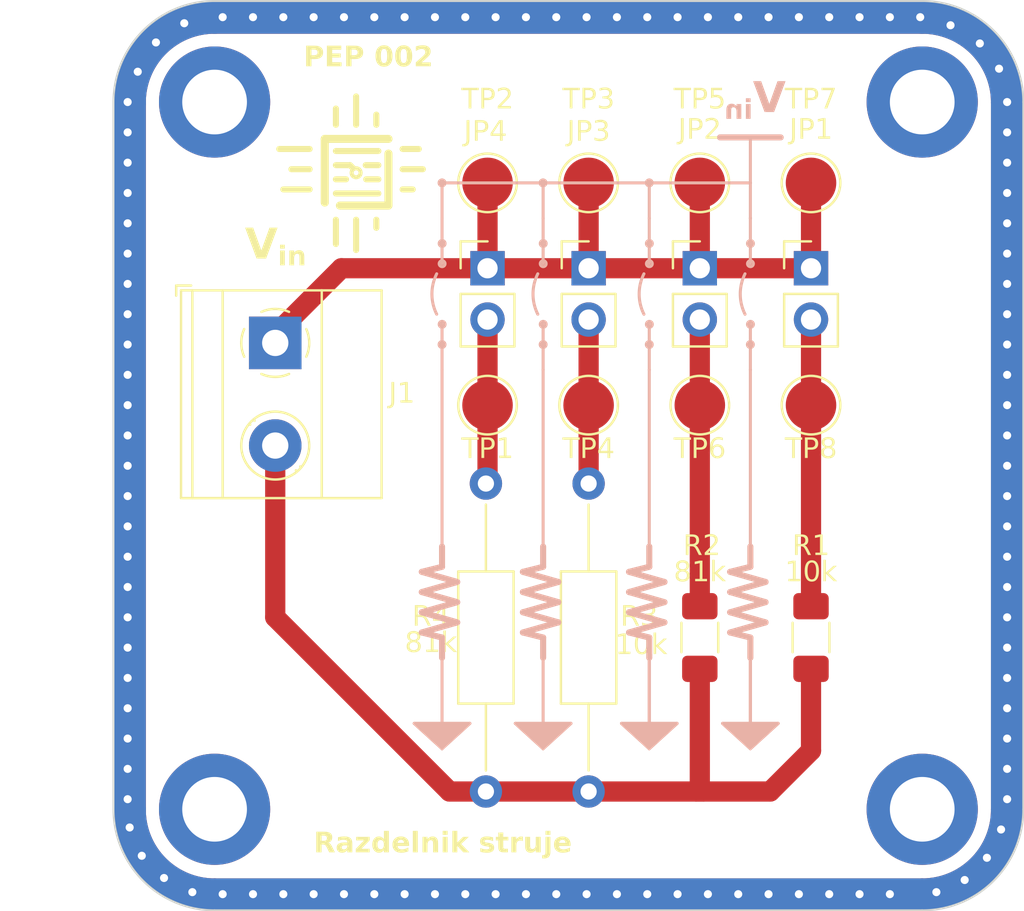
<source format=kicad_pcb>
(kicad_pcb (version 20241229) (generator "pcbnew") (generator_version "9.0")
  (layers (0 "F.Cu" signal) (2 "B.Cu" signal) (13 "F.Paste" user) (15 "B.Paste" user) (5 "F.SilkS" user "F.Silkscreen") (7 "B.SilkS" user "B.Silkscreen") (1 "F.Mask" user) (3 "B.Mask" user) (25 "Edge.Cuts" user))
  (net 0 "")
  (net 1 "0")
  (net 2 "9V")
  (net 3 "Net-(JP1-B)")
  (net 4 "Net-(JP2-B)")
  (net 5 "Net-(JP3-B)")
  (net 6 "Net-(JP4-B)")
  (footprint "TestPoint:TestPoint_Pad_D2.5mm" (layer "F.Cu") (at 127.5 70)
    (property "Reference" "TP3" (at 0 -4.1 0) (layer "F.SilkS"))
    (property "Value" "TestPoint")
    (fp_circle (center 0 0) (end 0 1.45) (stroke (width 0.12)) (fill no) (layer "F.SilkS"))
    (pad "1" smd circle (at 0 0) (size 2.5 2.5) (layers "F.Cu" "F.Mask") (net 2 "9V"))
  )
  (footprint "TestPoint:TestPoint_Pad_D2.5mm" (layer "F.Cu") (at 133 70)
    (property "Reference" "TP5" (at 0 -4.1 0) (layer "F.SilkS"))
    (property "Value" "TestPoint")
    (fp_circle (center 0 0) (end 0 1.45) (stroke (width 0.12)) (fill no) (layer "F.SilkS"))
    (pad "1" smd circle (at 0 0) (size 2.5 2.5) (layers "F.Cu" "F.Mask") (net 2 "9V"))
  )
  (footprint "Resistor_THT:R_Axial_DIN0207_L6.3mm_D2.5mm_P15.24mm_Horizontal" (layer "F.Cu") (at 127.5 84.88 -90)
    (property "Reference" "R3" (at 6.62 -2.5 0) (layer "F.SilkS"))
    (property "Value" "10k" (at 8.02 -2.6 0) (layer "F.SilkS"))
    (fp_line (start 4.35 1.37) (end 10.89 1.37) (stroke (width 0.12)) (layer "F.SilkS"))
    (fp_line (start 10.89 1.37) (end 10.89 -1.37) (stroke (width 0.12)) (layer "F.SilkS"))
    (fp_line (start 1.04 0) (end 4.35 0) (stroke (width 0.12)) (layer "F.SilkS"))
    (fp_line (start 14.2 0) (end 10.89 0) (stroke (width 0.12)) (layer "F.SilkS"))
    (fp_line (start 4.35 -1.37) (end 4.35 1.37) (stroke (width 0.12)) (layer "F.SilkS"))
    (fp_line (start 10.89 -1.37) (end 4.35 -1.37) (stroke (width 0.12)) (layer "F.SilkS"))
    (pad "1" thru_hole circle (at 0 0 270) (size 1.6 1.6) (drill 0.8) (layers "*.Cu" "*.Mask") (net 5 "Net-(JP3-B)"))
    (pad "2" thru_hole oval (at 15.24 0 270) (size 1.6 1.6) (drill 0.8) (layers "*.Cu" "*.Mask") (net 1 "0"))
  )
  (footprint "Resistor_THT:R_Axial_DIN0207_L6.3mm_D2.5mm_P15.24mm_Horizontal" (layer "F.Cu") (at 122.42 100.12 90)
    (property "Reference" "R4" (at 8.62 -2.72 0) (layer "F.SilkS"))
    (property "Value" "81k" (at 7.32 -2.72 0) (layer "F.SilkS"))
    (fp_line (start 10.89 -1.37) (end 4.35 -1.37) (stroke (width 0.12)) (layer "F.SilkS"))
    (fp_line (start 4.35 -1.37) (end 4.35 1.37) (stroke (width 0.12)) (layer "F.SilkS"))
    (fp_line (start 14.2 0) (end 10.89 0) (stroke (width 0.12)) (layer "F.SilkS"))
    (fp_line (start 1.04 0) (end 4.35 0) (stroke (width 0.12)) (layer "F.SilkS"))
    (fp_line (start 10.89 1.37) (end 10.89 -1.37) (stroke (width 0.12)) (layer "F.SilkS"))
    (fp_line (start 4.35 1.37) (end 10.89 1.37) (stroke (width 0.12)) (layer "F.SilkS"))
    (pad "1" thru_hole circle (at 0 0 90) (size 1.6 1.6) (drill 0.8) (layers "*.Cu" "*.Mask") (net 1 "0"))
    (pad "2" thru_hole oval (at 15.24 0 90) (size 1.6 1.6) (drill 0.8) (layers "*.Cu" "*.Mask") (net 6 "Net-(JP4-B)"))
  )
  (footprint "PEP_library:ele_petnica_logo" (layer "F.Cu") (at 116 69.5)
    (property "Reference" "REF**" (hide yes))
    (property "Value" "ele_petnica_logo" (hide yes))
    (fp_line (start -3.8 -1.176394) (end -2.3 -1.176394) (stroke (width 0.3)) (layer "F.SilkS"))
    (fp_line (start -3.6 0.823606) (end -2.3 0.823606) (stroke (width 0.3)) (layer "F.SilkS"))
    (fp_line (start -3.2 -0.176394) (end -2.3 -0.176394) (stroke (width 0.3)) (layer "F.SilkS"))
    (fp_line (start -1.55 -1.676394) (end 1.6 -1.676394) (stroke (width 0.4)) (layer "F.SilkS"))
    (fp_line (start -1.55 1.473606) (end -1.55 -1.676394) (stroke (width 0.4)) (layer "F.SilkS"))
    (fp_line (start -1 -3.176394) (end -1 -2.376394) (stroke (width 0.3)) (layer "F.SilkS"))
    (fp_line (start -1 -1.076394) (end 1.1 -1.076394) (stroke (width 0.3)) (layer "F.SilkS"))
    (fp_line (start -1 -0.376394) (end -0.3 -0.376394) (stroke (width 0.3)) (layer "F.SilkS"))
    (fp_line (start -1 0.323606) (end -0.5 0.323606) (stroke (width 0.3)) (layer "F.SilkS"))
    (fp_line (start -1 1.023606) (end 1.1 1.023606) (stroke (width 0.3)) (layer "F.SilkS"))
    (fp_line (start -1 3.523606) (end -1 2.323606) (stroke (width 0.3)) (layer "F.SilkS"))
    (fp_line (start -0.8 1.623606) (end 1.6 1.623606) (stroke (width 0.4)) (layer "F.SilkS"))
    (fp_line (start -0.3 -0.376394) (end -0.15 -0.226394) (stroke (width 0.3)) (layer "F.SilkS"))
    (fp_line (start 0 -3.776394) (end 0 -2.376394) (stroke (width 0.3)) (layer "F.SilkS"))
    (fp_line (start 0 3.823606) (end 0 2.323606) (stroke (width 0.3)) (layer "F.SilkS"))
    (fp_line (start 0.475 -0.376394) (end 1.1 -0.376394) (stroke (width 0.3)) (layer "F.SilkS"))
    (fp_line (start 0.5 0.323606) (end 1.1 0.323606) (stroke (width 0.3)) (layer "F.SilkS"))
    (fp_line (start 1 -2.876394) (end 1 -2.376394) (stroke (width 0.3)) (layer "F.SilkS"))
    (fp_line (start 1 2.723606) (end 1 2.323606) (stroke (width 0.3)) (layer "F.SilkS"))
    (fp_line (start 1.6 1.573606) (end 1.6 -0.95) (stroke (width 0.4)) (layer "F.SilkS"))
    (fp_line (start 2.8 0.823606) (end 2.3 0.823606) (stroke (width 0.3)) (layer "F.SilkS"))
    (fp_line (start 3.1 -1.176394) (end 2.3 -1.176394) (stroke (width 0.3)) (layer "F.SilkS"))
    (fp_line (start 3.3 -0.176394) (end 2.3 -0.176394) (stroke (width 0.3)) (layer "F.SilkS"))
    (fp_circle (center 0 0) (end 0.2 0.1) (stroke (width 0.2)) (fill no) (layer "F.SilkS"))
  )
  (footprint "MountingHole:MountingHole_3.2mm_M3_ISO14580_Pad_TopBottom" (layer "F.Cu") (at 144 66)
    (property "Reference" "H3" (hide yes))
    (property "Value" "MountingHole")
    (pad "1" thru_hole circle (at 0 0) (size 3.6 3.6) (drill 3.2) (layers "*.Cu" "*.Mask"))
    (pad "1" connect circle (at 0 0) (size 5.5 5.5) (layers "F.Cu" "F.Mask"))
    (pad "1" connect circle (at 0 0) (size 5.5 5.5) (layers "B.Cu" "B.Mask"))
  )
  (footprint "TestPoint:TestPoint_Pad_D2.5mm" (layer "F.Cu") (at 138.5 70)
    (property "Reference" "TP7" (at 0 -4.1 0) (layer "F.SilkS"))
    (property "Value" "TestPoint")
    (fp_circle (center 0 0) (end 0 1.45) (stroke (width 0.12)) (fill no) (layer "F.SilkS"))
    (pad "1" smd circle (at 0 0) (size 2.5 2.5) (layers "F.Cu" "F.Mask") (net 2 "9V"))
  )
  (footprint "MountingHole:MountingHole_3.2mm_M3_ISO14580_Pad_TopBottom" (layer "F.Cu") (at 144 101)
    (property "Reference" "H4" (hide yes))
    (property "Value" "MountingHole")
    (pad "1" thru_hole circle (at 0 0) (size 3.6 3.6) (drill 3.2) (layers "*.Cu" "*.Mask"))
    (pad "1" connect circle (at 0 0) (size 5.5 5.5) (layers "F.Cu" "F.Mask"))
    (pad "1" connect circle (at 0 0) (size 5.5 5.5) (layers "B.Cu" "B.Mask"))
  )
  (footprint "Resistor_SMD:R_1206_3216Metric_Pad1.30x1.75mm_HandSolder" (layer "F.Cu") (at 133 92.5 -90)
    (property "Reference" "R2" (at -4.5 -0.1 0) (layer "F.SilkS"))
    (property "Value" "81k" (at -3.2 0 0) (layer "F.SilkS"))
    (fp_line (start -0.727064 0.91) (end 0.727064 0.91) (stroke (width 0.12)) (layer "F.SilkS"))
    (fp_line (start -0.727064 -0.91) (end 0.727064 -0.91) (stroke (width 0.12)) (layer "F.SilkS"))
    (pad "1" smd roundrect (at -1.55 0 270) (size 1.3 1.75) (layers "F.Cu" "F.Mask" "F.Paste") (roundrect_rratio 0.1923076923) (net 4 "Net-(JP2-B)"))
    (pad "2" smd roundrect (at 1.55 0 270) (size 1.3 1.75) (layers "F.Cu" "F.Mask" "F.Paste") (roundrect_rratio 0.1923076923) (net 1 "0"))
  )
  (footprint "TestPoint:TestPoint_Pad_D2.5mm" (layer "F.Cu") (at 122.5 70)
    (property "Reference" "TP2" (at 0 -4.1 0) (layer "F.SilkS"))
    (property "Value" "TestPoint")
    (fp_circle (center 0 0) (end 0 1.45) (stroke (width 0.12)) (fill no) (layer "F.SilkS"))
    (pad "1" smd circle (at 0 0) (size 2.5 2.5) (layers "F.Cu" "F.Mask") (net 2 "9V"))
  )
  (footprint "Connector_PinHeader_2.54mm:PinHeader_1x02_P2.54mm_Vertical" (layer "F.Cu") (at 122.5 74.225)
    (property "Reference" "JP4" (at -0.1 -6.725 0) (layer "F.SilkS"))
    (property "Value" "Jumper")
    (fp_line (start -1.33 -1.33) (end 0 -1.33) (stroke (width 0.12)) (layer "F.SilkS"))
    (fp_line (start -1.33 0) (end -1.33 -1.33) (stroke (width 0.12)) (layer "F.SilkS"))
    (fp_line (start -1.33 1.27) (end -1.33 3.87) (stroke (width 0.12)) (layer "F.SilkS"))
    (fp_line (start -1.33 1.27) (end 1.33 1.27) (stroke (width 0.12)) (layer "F.SilkS"))
    (fp_line (start -1.33 3.87) (end 1.33 3.87) (stroke (width 0.12)) (layer "F.SilkS"))
    (fp_line (start 1.33 1.27) (end 1.33 3.87) (stroke (width 0.12)) (layer "F.SilkS"))
    (pad "1" thru_hole rect (at 0 0) (size 1.7 1.7) (drill 1) (layers "*.Cu" "*.Mask") (net 2 "9V"))
    (pad "2" thru_hole oval (at 0 2.54) (size 1.7 1.7) (drill 1) (layers "*.Cu" "*.Mask") (net 6 "Net-(JP4-B)"))
  )
  (footprint "TestPoint:TestPoint_Pad_D2.5mm" (layer "F.Cu") (at 122.5 81)
    (property "Reference" "TP1" (at 0 2.2 0) (layer "F.SilkS"))
    (property "Value" "TestPoint")
    (fp_circle (center 0 0) (end 0 1.45) (stroke (width 0.12)) (fill no) (layer "F.SilkS"))
    (pad "1" smd circle (at 0 0) (size 2.5 2.5) (layers "F.Cu" "F.Mask") (net 6 "Net-(JP4-B)"))
  )
  (footprint "Connector_PinHeader_2.54mm:PinHeader_1x02_P2.54mm_Vertical" (layer "F.Cu") (at 127.5 74.225)
    (property "Reference" "JP3" (at 0 -6.725 0) (layer "F.SilkS"))
    (property "Value" "Jumper")
    (fp_line (start -1.33 -1.33) (end 0 -1.33) (stroke (width 0.12)) (layer "F.SilkS"))
    (fp_line (start -1.33 0) (end -1.33 -1.33) (stroke (width 0.12)) (layer "F.SilkS"))
    (fp_line (start -1.33 1.27) (end -1.33 3.87) (stroke (width 0.12)) (layer "F.SilkS"))
    (fp_line (start -1.33 1.27) (end 1.33 1.27) (stroke (width 0.12)) (layer "F.SilkS"))
    (fp_line (start -1.33 3.87) (end 1.33 3.87) (stroke (width 0.12)) (layer "F.SilkS"))
    (fp_line (start 1.33 1.27) (end 1.33 3.87) (stroke (width 0.12)) (layer "F.SilkS"))
    (pad "1" thru_hole rect (at 0 0) (size 1.7 1.7) (drill 1) (layers "*.Cu" "*.Mask") (net 2 "9V"))
    (pad "2" thru_hole oval (at 0 2.54) (size 1.7 1.7) (drill 1) (layers "*.Cu" "*.Mask") (net 5 "Net-(JP3-B)"))
  )
  (footprint "Resistor_SMD:R_1206_3216Metric_Pad1.30x1.75mm_HandSolder" (layer "F.Cu") (at 138.5 92.5 -90)
    (property "Reference" "R1" (at -4.5 0 0) (layer "F.SilkS"))
    (property "Value" "10k" (at -3.2 0 0) (layer "F.SilkS"))
    (fp_line (start -0.727064 0.91) (end 0.727064 0.91) (stroke (width 0.12)) (layer "F.SilkS"))
    (fp_line (start -0.727064 -0.91) (end 0.727064 -0.91) (stroke (width 0.12)) (layer "F.SilkS"))
    (pad "1" smd roundrect (at -1.55 0 270) (size 1.3 1.75) (layers "F.Cu" "F.Mask" "F.Paste") (roundrect_rratio 0.1923076923) (net 3 "Net-(JP1-B)"))
    (pad "2" smd roundrect (at 1.55 0 270) (size 1.3 1.75) (layers "F.Cu" "F.Mask" "F.Paste") (roundrect_rratio 0.1923076923) (net 1 "0"))
  )
  (footprint "TestPoint:TestPoint_Pad_D2.5mm" (layer "F.Cu") (at 138.5 81)
    (property "Reference" "TP8" (at 0 2.2 0) (layer "F.SilkS"))
    (property "Value" "TestPoint")
    (fp_circle (center 0 0) (end 0 1.45) (stroke (width 0.12)) (fill no) (layer "F.SilkS"))
    (pad "1" smd circle (at 0 0) (size 2.5 2.5) (layers "F.Cu" "F.Mask") (net 3 "Net-(JP1-B)"))
  )
  (footprint "MountingHole:MountingHole_3.2mm_M3_ISO14580_Pad_TopBottom" (layer "F.Cu") (at 109 66)
    (property "Reference" "H2" (hide yes))
    (property "Value" "MountingHole")
    (pad "1" thru_hole circle (at 0 0) (size 3.6 3.6) (drill 3.2) (layers "*.Cu" "*.Mask"))
    (pad "1" connect circle (at 0 0) (size 5.5 5.5) (layers "F.Cu" "F.Mask"))
    (pad "1" connect circle (at 0 0) (size 5.5 5.5) (layers "B.Cu" "B.Mask"))
  )
  (footprint "Connector_PinHeader_2.54mm:PinHeader_1x02_P2.54mm_Vertical" (layer "F.Cu") (at 133 74.225)
    (property "Reference" "JP2" (at 0 -6.825 0) (layer "F.SilkS"))
    (property "Value" "Jumper")
    (fp_line (start -1.33 -1.33) (end 0 -1.33) (stroke (width 0.12)) (layer "F.SilkS"))
    (fp_line (start -1.33 0) (end -1.33 -1.33) (stroke (width 0.12)) (layer "F.SilkS"))
    (fp_line (start -1.33 1.27) (end -1.33 3.87) (stroke (width 0.12)) (layer "F.SilkS"))
    (fp_line (start -1.33 1.27) (end 1.33 1.27) (stroke (width 0.12)) (layer "F.SilkS"))
    (fp_line (start -1.33 3.87) (end 1.33 3.87) (stroke (width 0.12)) (layer "F.SilkS"))
    (fp_line (start 1.33 1.27) (end 1.33 3.87) (stroke (width 0.12)) (layer "F.SilkS"))
    (pad "1" thru_hole rect (at 0 0) (size 1.7 1.7) (drill 1) (layers "*.Cu" "*.Mask") (net 2 "9V"))
    (pad "2" thru_hole oval (at 0 2.54) (size 1.7 1.7) (drill 1) (layers "*.Cu" "*.Mask") (net 4 "Net-(JP2-B)"))
  )
  (footprint "TestPoint:TestPoint_Pad_D2.5mm" (layer "F.Cu") (at 133 81)
    (property "Reference" "TP6" (at 0 2.2 0) (layer "F.SilkS"))
    (property "Value" "TestPoint")
    (fp_circle (center 0 0) (end 0 1.45) (stroke (width 0.12)) (fill no) (layer "F.SilkS"))
    (pad "1" smd circle (at 0 0) (size 2.5 2.5) (layers "F.Cu" "F.Mask") (net 4 "Net-(JP2-B)"))
  )
  (footprint "Connector_PinHeader_2.54mm:PinHeader_1x02_P2.54mm_Vertical" (layer "F.Cu") (at 138.5 74.225)
    (property "Reference" "JP1" (at 0 -6.825 0) (layer "F.SilkS"))
    (property "Value" "Jumper")
    (fp_line (start -1.33 -1.33) (end 0 -1.33) (stroke (width 0.12)) (layer "F.SilkS"))
    (fp_line (start -1.33 0) (end -1.33 -1.33) (stroke (width 0.12)) (layer "F.SilkS"))
    (fp_line (start -1.33 1.27) (end -1.33 3.87) (stroke (width 0.12)) (layer "F.SilkS"))
    (fp_line (start -1.33 1.27) (end 1.33 1.27) (stroke (width 0.12)) (layer "F.SilkS"))
    (fp_line (start -1.33 3.87) (end 1.33 3.87) (stroke (width 0.12)) (layer "F.SilkS"))
    (fp_line (start 1.33 1.27) (end 1.33 3.87) (stroke (width 0.12)) (layer "F.SilkS"))
    (pad "1" thru_hole rect (at 0 0) (size 1.7 1.7) (drill 1) (layers "*.Cu" "*.Mask") (net 2 "9V"))
    (pad "2" thru_hole oval (at 0 2.54) (size 1.7 1.7) (drill 1) (layers "*.Cu" "*.Mask") (net 3 "Net-(JP1-B)"))
  )
  (footprint "TerminalBlock_Phoenix:TerminalBlock_Phoenix_MKDS-1,5-2-5.08_1x02_P5.08mm_Horizontal" (layer "F.Cu") (at 112 77.92 -90)
    (property "Reference" "J1" (at 2.54 -6.26 0) (layer "F.SilkS"))
    (property "Value" "Screw_Terminal_01x02")
    (fp_line (start -2.84 4.9) (end -2.34 4.9) (stroke (width 0.12)) (layer "F.SilkS"))
    (fp_line (start -2.6 4.66) (end 7.68 4.66) (stroke (width 0.12)) (layer "F.SilkS"))
    (fp_line (start -2.84 4.16) (end -2.84 4.9) (stroke (width 0.12)) (layer "F.SilkS"))
    (fp_line (start -2.6 4.1) (end 7.68 4.1) (stroke (width 0.12)) (layer "F.SilkS"))
    (fp_line (start -2.6 2.6) (end 7.68 2.6) (stroke (width 0.12)) (layer "F.SilkS"))
    (fp_line (start 4.046 1.239) (end 4.011 1.274) (stroke (width 0.12)) (layer "F.SilkS"))
    (fp_line (start 3.853 1.023) (end 3.806 1.069) (stroke (width 0.12)) (layer "F.SilkS"))
    (fp_line (start 6.355 -1.069) (end 6.308 -1.023) (stroke (width 0.12)) (layer "F.SilkS"))
    (fp_line (start 6.15 -1.275) (end 6.115 -1.239) (stroke (width 0.12)) (layer "F.SilkS"))
    (fp_line (start -2.6 -2.301) (end 7.68 -2.301) (stroke (width 0.12)) (layer "F.SilkS"))
    (fp_line (start -2.6 -5.261) (end -2.6 4.66) (stroke (width 0.12)) (layer "F.SilkS"))
    (fp_line (start -2.6 -5.261) (end 7.68 -5.261) (stroke (width 0.12)) (layer "F.SilkS"))
    (fp_line (start 7.68 -5.261) (end 7.68 4.66) (stroke (width 0.12)) (layer "F.SilkS"))
    (fp_arc (start 0.028805 1.680253) (mid -0.335551 1.646659) (end -0.684 1.535) (stroke (width 0.12)) (layer "F.SilkS"))
    (fp_arc (start 0.683318 1.534756) (mid 0.349292 1.643288) (end 0 1.68) (stroke (width 0.12)) (layer "F.SilkS"))
    (fp_arc (start -1.535427 0.683042) (mid -1.680501 -0.000524) (end -1.535 -0.684) (stroke (width 0.12)) (layer "F.SilkS"))
    (fp_arc (start 1.535427 -0.683042) (mid 1.680501 0.000524) (end 1.535 0.684) (stroke (width 0.12)) (layer "F.SilkS"))
    (fp_arc (start -0.683042 -1.535427) (mid 0.000524 -1.680501) (end 0.684 -1.535) (stroke (width 0.12)) (layer "F.SilkS"))
    (fp_circle (center 5.08 0) (end 6.76 0) (stroke (width 0.12)) (fill no) (layer "F.SilkS"))
    (pad "1" thru_hole rect (at 0 0 270) (size 2.6 2.6) (drill 1.3) (layers "*.Cu" "*.Mask") (net 2 "9V"))
    (pad "2" thru_hole circle (at 5.08 0 270) (size 2.6 2.6) (drill 1.3) (layers "*.Cu" "*.Mask") (net 1 "0"))
  )
  (footprint "MountingHole:MountingHole_3.2mm_M3_ISO14580_Pad_TopBottom" (layer "F.Cu") (at 109 101 -90)
    (property "Reference" "H1" (hide yes))
    (property "Value" "MountingHole")
    (pad "1" thru_hole circle (at 0 0 270) (size 3.6 3.6) (drill 3.2) (layers "*.Cu" "*.Mask"))
    (pad "1" connect circle (at 0 0 270) (size 5.5 5.5) (layers "F.Cu" "F.Mask"))
    (pad "1" connect circle (at 0 0 270) (size 5.5 5.5) (layers "B.Cu" "B.Mask"))
  )
  (footprint "TestPoint:TestPoint_Pad_D2.5mm" (layer "F.Cu") (at 127.5 81)
    (property "Reference" "TP4" (at 0 2.2 0) (layer "F.SilkS"))
    (property "Value" "TestPoint")
    (fp_circle (center 0 0) (end 0 1.45) (stroke (width 0.12)) (fill no) (layer "F.SilkS"))
    (pad "1" smd circle (at 0 0) (size 2.5 2.5) (layers "F.Cu" "F.Mask") (net 5 "Net-(JP3-B)"))
  )
  (gr_line (start 104.8 66.019848) (end 104.8 101.019848) (stroke (width 1.6)) (layer "F.Cu"))
  (gr_arc (start 148.2 101.019848) (mid 146.969849 103.989697) (end 144 105.219848) (stroke (width 1.6)) (layer "F.Cu"))
  (gr_arc (start 104.8 66.019848) (mid 106.030152 63.05) (end 109 61.819848) (stroke (width 1.6)) (layer "F.Cu"))
  (gr_arc (start 144 61.819848) (mid 146.969831 63.050007) (end 148.2 66.019848) (stroke (width 1.6)) (layer "F.Cu"))
  (gr_arc (start 109 105.219848) (mid 106.030155 103.989695) (end 104.8 101.019848) (stroke (width 1.6)) (layer "F.Cu"))
  (gr_line (start 148.2 101.019848) (end 148.2 66.019848) (stroke (width 1.6)) (layer "F.Cu"))
  (gr_line (start 109 61.819848) (end 144 61.819848) (stroke (width 1.6)) (layer "F.Cu"))
  (gr_line (start 109 105.219848) (end 144 105.219848) (stroke (width 1.6)) (layer "F.Cu"))
  (gr_line (start 109 61.819848) (end 144 61.819848) (stroke (width 1.6)) (layer "B.Cu"))
  (gr_arc (start 144 61.819848) (mid 146.969831 63.050007) (end 148.2 66.019848) (stroke (width 1.6)) (layer "B.Cu"))
  (gr_arc (start 104.8 66.019848) (mid 106.030152 63.05) (end 109 61.819848) (stroke (width 1.6)) (layer "B.Cu"))
  (gr_line (start 109 105.219848) (end 144 105.219848) (stroke (width 1.6)) (layer "B.Cu"))
  (gr_arc (start 109 105.219848) (mid 106.030155 103.989695) (end 104.8 101.019848) (stroke (width 1.6)) (layer "B.Cu"))
  (gr_arc (start 148.2 101.019848) (mid 146.969849 103.989697) (end 144 105.219848) (stroke (width 1.6)) (layer "B.Cu"))
  (gr_line (start 104.8 66.019848) (end 104.8 101.019848) (stroke (width 1.6)) (layer "B.Cu"))
  (gr_line (start 148.2 101.019848) (end 148.2 66.019848) (stroke (width 1.6)) (layer "B.Cu"))
  (gr_circle (center 130.5 70) (end 130.625 70.075) (stroke (width 0.15)) (fill no) (layer "B.SilkS"))
  (gr_line (start 118.875 96.75) (end 120.25 98) (stroke (width 0.15)) (layer "B.SilkS"))
  (gr_line (start 129.5 92.25) (end 130.5 92.5) (stroke (width 0.15)) (layer "B.SilkS"))
  (gr_line (start 124.25 89.25) (end 126 89.75) (stroke (width 0.3)) (layer "B.SilkS"))
  (gr_line (start 134.5 89.25) (end 136.25 89.75) (stroke (width 0.3)) (layer "B.SilkS"))
  (gr_line (start 135.5 79.25) (end 135.5 78) (stroke (width 0.15)) (layer "B.SilkS"))
  (gr_line (start 130.5 96.75) (end 130.5 92.5) (stroke (width 0.15)) (layer "B.SilkS"))
  (gr_line (start 121 89.75) (end 119.25 90.25) (stroke (width 0.3)) (layer "B.SilkS"))
  (gr_line (start 130.5 77) (end 130.5 78) (stroke (width 0.15)) (layer "B.SilkS"))
  (gr_line (start 130.5 74) (end 130.5 73) (stroke (width 0.15)) (layer "B.SilkS"))
  (gr_line (start 123.875 96.75) (end 126.625 96.75) (stroke (width 0.15)) (layer "B.SilkS"))
  (gr_line (start 120.25 77) (end 120.25 78) (stroke (width 0.15)) (layer "B.SilkS"))
  (gr_line (start 125.25 79.25) (end 125.25 89) (stroke (width 0.15)) (layer "B.SilkS"))
  (gr_line (start 130.5 71.75) (end 130.5 73) (stroke (width 0.15)) (layer "B.SilkS"))
  (gr_line (start 134.125 96.75) (end 135.5 98) (stroke (width 0.15)) (layer "B.SilkS"))
  (gr_line (start 134.5 92.25) (end 135.5 92.5) (stroke (width 0.15)) (layer "B.SilkS"))
  (gr_line (start 134.5 90.25) (end 136.25 90.75) (stroke (width 0.3)) (layer "B.SilkS"))
  (gr_line (start 120.25 92.5) (end 120.25 93.5) (stroke (width 0.3)) (layer "B.SilkS"))
  (gr_line (start 136.25 90.75) (end 134.5 91.25) (stroke (width 0.3)) (layer "B.SilkS"))
  (gr_circle (center 130.504227 77) (end 130.629227 77.075) (stroke (width 0.15)) (fill no) (layer "B.SilkS"))
  (gr_line (start 131.25 91.75) (end 129.5 92.25) (stroke (width 0.3)) (layer "B.SilkS"))
  (gr_line (start 135.5 67.75) (end 135.5 70) (stroke (width 0.15)) (layer "B.SilkS"))
  (gr_line (start 129.5 91.25) (end 131.25 91.75) (stroke (width 0.3)) (layer "B.SilkS"))
  (gr_line (start 120.25 88) (end 120.25 89) (stroke (width 0.3)) (layer "B.SilkS"))
  (gr_line (start 129.5 89.25) (end 131.25 89.75) (stroke (width 0.15)) (layer "B.SilkS"))
  (gr_line (start 126 91.75) (end 124.25 92.25) (stroke (width 0.3)) (layer "B.SilkS"))
  (gr_line (start 136.25 91.75) (end 134.5 92.25) (stroke (width 0.15)) (layer "B.SilkS"))
  (gr_line (start 135.5 74) (end 135.5 73) (stroke (width 0.15)) (layer "B.SilkS"))
  (gr_line (start 120.25 71.75) (end 120.25 73) (stroke (width 0.15)) (layer "B.SilkS"))
  (gr_line (start 125.25 92.5) (end 125.25 93.5) (stroke (width 0.3)) (layer "B.SilkS"))
  (gr_line (start 129.5 90.25) (end 131.25 90.75) (stroke (width 0.15)) (layer "B.SilkS"))
  (gr_line (start 124.25 90.25) (end 126 90.75) (stroke (width 0.3)) (layer "B.SilkS"))
  (gr_line (start 134.5 90.25) (end 136.25 90.75) (stroke (width 0.15)) (layer "B.SilkS"))
  (gr_line (start 119.25 89.25) (end 121 89.75) (stroke (width 0.3)) (layer "B.SilkS"))
  (gr_circle (center 120.254227 74) (end 120.379227 74.075) (stroke (width 0.15)) (fill no) (layer "B.SilkS"))
  (gr_line (start 136.25 89.75) (end 134.5 90.25) (stroke (width 0.15)) (layer "B.SilkS"))
  (gr_line (start 125.25 88) (end 125.25 89) (stroke (width 0.3)) (layer "B.SilkS"))
  (gr_line (start 125.25 79.25) (end 125.25 78) (stroke (width 0.15)) (layer "B.SilkS"))
  (gr_line (start 129.125 96.75) (end 131.875 96.75) (stroke (width 0.15)) (layer "B.SilkS"))
  (gr_circle (center 125.254227 77) (end 125.379227 77.075) (stroke (width 0.15)) (fill no) (layer "B.SilkS"))
  (gr_line (start 129.5 90.25) (end 131.25 90.75) (stroke (width 0.3)) (layer "B.SilkS"))
  (gr_line (start 136.25 90.75) (end 134.5 91.25) (stroke (width 0.15)) (layer "B.SilkS"))
  (gr_line (start 130.5 96.75) (end 130.5 92.5) (stroke (width 0.15)) (layer "B.SilkS"))
  (gr_poly (pts (xy 131.875 96.75) (xy 129.125 96.75) (xy 130.5 98)) (stroke (width 0.15)) (fill yes) (layer "B.SilkS"))
  (gr_line (start 130.5 92.5) (end 130.5 93.5) (stroke (width 0.3)) (layer "B.SilkS"))
  (gr_line (start 126.625 96.75) (end 125.25 98) (stroke (width 0.15)) (layer "B.SilkS"))
  (gr_line (start 136.25 91.75) (end 134.5 92.25) (stroke (width 0.3)) (layer "B.SilkS"))
  (gr_circle (center 120.25 78) (end 120.375 78.075) (stroke (width 0.15)) (fill no) (layer "B.SilkS"))
  (gr_line (start 120.25 96.75) (end 120.25 92.5) (stroke (width 0.15)) (layer "B.SilkS"))
  (gr_line (start 130.5 79.25) (end 130.5 78) (stroke (width 0.15)) (layer "B.SilkS"))
  (gr_circle (center 135.5 78) (end 135.625 78.075) (stroke (width 0.15)) (fill no) (layer "B.SilkS"))
  (gr_line (start 118.875 96.75) (end 121.625 96.75) (stroke (width 0.15)) (layer "B.SilkS"))
  (gr_circle (center 135.504227 77) (end 135.629227 77.075) (stroke (width 0.15)) (fill no) (layer "B.SilkS"))
  (gr_line (start 119.25 91.25) (end 121 91.75) (stroke (width 0.3)) (layer "B.SilkS"))
  (gr_line (start 135.5 79.25) (end 135.5 89) (stroke (width 0.15)) (layer "B.SilkS"))
  (gr_circle (center 130.504227 73) (end 130.629227 73.075) (stroke (width 0.15)) (fill no) (layer "B.SilkS"))
  (gr_circle (center 135.504227 74) (end 135.629227 74.075) (stroke (width 0.15)) (fill no) (layer "B.SilkS"))
  (gr_line (start 130.5 70) (end 130.5 71.75) (stroke (width 0.15)) (layer "B.SilkS"))
  (gr_line (start 125.25 77) (end 125.25 78) (stroke (width 0.15)) (layer "B.SilkS"))
  (gr_line (start 131.25 90.75) (end 129.5 91.25) (stroke (width 0.15)) (layer "B.SilkS"))
  (gr_line (start 120.25 79.25) (end 120.25 89) (stroke (width 0.15)) (layer "B.SilkS"))
  (gr_line (start 135.5 92.5) (end 135.5 93.5) (stroke (width 0.3)) (layer "B.SilkS"))
  (gr_line (start 135.5 89) (end 134.5 89.25) (stroke (width 0.3)) (layer "B.SilkS"))
  (gr_line (start 120.25 74) (end 120.25 73) (stroke (width 0.15)) (layer "B.SilkS"))
  (gr_circle (center 125.245773 70) (end 125.370773 70.075) (stroke (width 0.15)) (fill no) (layer "B.SilkS"))
  (gr_line (start 120.25 70) (end 120.25 71.75) (stroke (width 0.15)) (layer "B.SilkS"))
  (gr_line (start 131.875 96.75) (end 130.5 98) (stroke (width 0.15)) (layer "B.SilkS"))
  (gr_line (start 134.125 96.75) (end 136.875 96.75) (stroke (width 0.15)) (layer "B.SilkS"))
  (gr_line (start 125.25 96.75) (end 125.25 92.5) (stroke (width 0.15)) (layer "B.SilkS"))
  (gr_circle (center 130.5 78) (end 130.625 78.075) (stroke (width 0.15)) (fill no) (layer "B.SilkS"))
  (gr_line (start 130.5 88) (end 130.5 89) (stroke (width 0.3)) (layer "B.SilkS"))
  (gr_line (start 135.5 70) (end 135.5 71.75) (stroke (width 0.15)) (layer "B.SilkS"))
  (gr_line (start 126 90.75) (end 124.25 91.25) (stroke (width 0.3)) (layer "B.SilkS"))
  (gr_poly (pts (xy 136.875 96.75) (xy 134.125 96.75) (xy 135.5 98)) (stroke (width 0.15)) (fill yes) (layer "B.SilkS"))
  (gr_line (start 129.125 96.75) (end 130.5 98) (stroke (width 0.15)) (layer "B.SilkS"))
  (gr_circle (center 125.25 78) (end 125.375 78.075) (stroke (width 0.15)) (fill no) (layer "B.SilkS"))
  (gr_poly (pts (xy 126.625 96.75) (xy 123.875 96.75) (xy 125.25 98)) (stroke (width 0.15)) (fill yes) (layer "B.SilkS"))
  (gr_line (start 130.5 89) (end 129.5 89.25) (stroke (width 0.3)) (layer "B.SilkS"))
  (gr_line (start 126 89.75) (end 124.25 90.25) (stroke (width 0.3)) (layer "B.SilkS"))
  (gr_line (start 135.5 71.75) (end 135.5 71.75) (stroke (width 0.15)) (layer "B.SilkS"))
  (gr_line (start 129.5 91.25) (end 131.25 91.75) (stroke (width 0.15)) (layer "B.SilkS"))
  (gr_circle (center 130.504227 74) (end 130.629227 74.075) (stroke (width 0.15)) (fill no) (layer "B.SilkS"))
  (gr_line (start 131.25 91.75) (end 129.5 92.25) (stroke (width 0.15)) (layer "B.SilkS"))
  (gr_line (start 130.5 89) (end 129.5 89.25) (stroke (width 0.15)) (layer "B.SilkS"))
  (gr_arc (start 135.236068 76.5) (mid 135 75.5) (end 135.236068 74.5) (stroke (width 0.15)) (layer "B.SilkS"))
  (gr_line (start 135.5 77) (end 135.5 78) (stroke (width 0.15)) (layer "B.SilkS"))
  (gr_circle (center 120.254227 73) (end 120.379227 73.075) (stroke (width 0.15)) (fill no) (layer "B.SilkS"))
  (gr_line (start 121 90.75) (end 119.25 91.25) (stroke (width 0.3)) (layer "B.SilkS"))
  (gr_circle (center 120.25 70) (end 120.375 70.075) (stroke (width 0.15)) (fill no) (layer "B.SilkS"))
  (gr_line (start 131.25 89.75) (end 129.5 90.25) (stroke (width 0.15)) (layer "B.SilkS"))
  (gr_line (start 136.875 96.75) (end 135.5 98) (stroke (width 0.15)) (layer "B.SilkS"))
  (gr_line (start 136.25 89.75) (end 134.5 90.25) (stroke (width 0.3)) (layer "B.SilkS"))
  (gr_line (start 135.5 89) (end 134.5 89.25) (stroke (width 0.15)) (layer "B.SilkS"))
  (gr_line (start 120.25 79.25) (end 120.25 78) (stroke (width 0.15)) (layer "B.SilkS"))
  (gr_poly (pts (xy 121.625 96.75) (xy 118.875 96.75) (xy 120.25 98)) (stroke (width 0.15)) (fill yes) (layer "B.SilkS"))
  (gr_arc (start 124.986068 76.5) (mid 124.75 75.5) (end 124.986068 74.5) (stroke (width 0.15)) (layer "B.SilkS"))
  (gr_line (start 131.25 89.75) (end 129.5 90.25) (stroke (width 0.3)) (layer "B.SilkS"))
  (gr_line (start 124.25 91.25) (end 126 91.75) (stroke (width 0.3)) (layer "B.SilkS"))
  (gr_line (start 120.25 89) (end 119.25 89.25) (stroke (width 0.3)) (layer "B.SilkS"))
  (gr_line (start 125.25 71.75) (end 125.25 73) (stroke (width 0.15)) (layer "B.SilkS"))
  (gr_line (start 134.5 91.25) (end 136.25 91.75) (stroke (width 0.3)) (layer "B.SilkS"))
  (gr_line (start 135.5 71.75) (end 135.5 73) (stroke (width 0.15)) (layer "B.SilkS"))
  (gr_line (start 119.25 92.25) (end 120.25 92.5) (stroke (width 0.3)) (layer "B.SilkS"))
  (gr_line (start 125.25 70) (end 125.25 71.75) (stroke (width 0.15)) (layer "B.SilkS"))
  (gr_line (start 131.25 90.75) (end 129.5 91.25) (stroke (width 0.3)) (layer "B.SilkS"))
  (gr_circle (center 135.504227 73) (end 135.629227 73.075) (stroke (width 0.15)) (fill no) (layer "B.SilkS"))
  (gr_line (start 137 67.75) (end 134 67.75) (stroke (width 0.3)) (layer "B.SilkS"))
  (gr_line (start 130.5 79.25) (end 130.5 89) (stroke (width 0.15)) (layer "B.SilkS"))
  (gr_line (start 124.25 92.25) (end 125.25 92.5) (stroke (width 0.3)) (layer "B.SilkS"))
  (gr_line (start 135.5 96.75) (end 135.5 92.5) (stroke (width 0.15)) (layer "B.SilkS"))
  (gr_arc (start 130.236068 76.5) (mid 130 75.5) (end 130.236068 74.5) (stroke (width 0.15)) (layer "B.SilkS"))
  (gr_line (start 129.5 92.25) (end 130.5 92.5) (stroke (width 0.3)) (layer "B.SilkS"))
  (gr_line (start 129.5 89.25) (end 131.25 89.75) (stroke (width 0.3)) (layer "B.SilkS"))
  (gr_circle (center 125.254227 74) (end 125.379227 74.075) (stroke (width 0.15)) (fill no) (layer "B.SilkS"))
  (gr_line (start 135.5 96.75) (end 135.5 92.5) (stroke (width 0.15)) (layer "B.SilkS"))
  (gr_line (start 125.25 89) (end 124.25 89.25) (stroke (width 0.3)) (layer "B.SilkS"))
  (gr_line (start 123.875 96.75) (end 125.25 98) (stroke (width 0.15)) (layer "B.SilkS"))
  (gr_circle (center 125.254227 73) (end 125.379227 73.075) (stroke (width 0.15)) (fill no) (layer "B.SilkS"))
  (gr_line (start 134.5 91.25) (end 136.25 91.75) (stroke (width 0.15)) (layer "B.SilkS"))
  (gr_line (start 119.25 90.25) (end 121 90.75) (stroke (width 0.3)) (layer "B.SilkS"))
  (gr_line (start 121 91.75) (end 119.25 92.25) (stroke (width 0.3)) (layer "B.SilkS"))
  (gr_line (start 134.5 92.25) (end 135.5 92.5) (stroke (width 0.3)) (layer "B.SilkS"))
  (gr_line (start 121.625 96.75) (end 120.25 98) (stroke (width 0.15)) (layer "B.SilkS"))
  (gr_line (start 135.5 70) (end 120.25 70) (stroke (width 0.15)) (layer "B.SilkS"))
  (gr_arc (start 119.986068 76.5) (mid 119.75 75.5) (end 119.986068 74.5) (stroke (width 0.15)) (layer "B.SilkS"))
  (gr_line (start 135.5 88) (end 135.5 89) (stroke (width 0.3)) (layer "B.SilkS"))
  (gr_line (start 125.25 74) (end 125.25 73) (stroke (width 0.15)) (layer "B.SilkS"))
  (gr_circle (center 120.254227 77) (end 120.379227 77.075) (stroke (width 0.15)) (fill no) (layer "B.SilkS"))
  (gr_line (start 134.5 89.25) (end 136.25 89.75) (stroke (width 0.15)) (layer "B.SilkS"))
  (gr_line (start 149 101) (end 148.999998 66) (stroke (width 0.1)) (layer "Edge.Cuts"))
  (gr_arc (start 104 66) (mid 105.464467 62.464467) (end 109 61) (stroke (width 0.1)) (layer "Edge.Cuts"))
  (gr_arc (start 144 61) (mid 147.535533 62.464466) (end 148.999998 66) (stroke (width 0.1)) (layer "Edge.Cuts"))
  (gr_line (start 104 66) (end 104 101) (stroke (width 0.1)) (layer "Edge.Cuts"))
  (gr_arc (start 149 101) (mid 147.535533 104.535533) (end 144 106) (stroke (width 0.1)) (layer "Edge.Cuts"))
  (gr_line (start 109 106) (end 144 106) (stroke (width 0.1)) (layer "Edge.Cuts"))
  (gr_arc (start 109 106) (mid 105.464467 104.535533) (end 104 101) (stroke (width 0.1)) (layer "Edge.Cuts"))
  (gr_line (start 144 61) (end 109 61) (stroke (width 0.1)) (layer "Edge.Cuts"))
  (gr_text "Razdelnik struje\n" (at 113.9 103.3 0) (layer "F.SilkS") (effects (font (size 1 1) (thickness 0.2) (bold yes)) (justify left bottom)))
  (gr_text "V_{in}\n" (at 110.5 74 0) (layer "F.SilkS") (effects (font (size 1.5 1.5) (thickness 0.3) (bold yes)) (justify left bottom)))
  (gr_text "PEP 002\n" (at 113.4 64.4 0) (layer "F.SilkS") (effects (font (size 1 1) (thickness 0.2) (bold yes)) (justify left bottom)))
  (gr_text "V_{in}\n" (at 137.25 66.75 0) (layer "B.SilkS") (effects (font (size 1.5 1.5) (thickness 0.3) (bold yes)) (justify left bottom mirror)))
  (via (at 104.7 67.5) (size 0.8) (drill 0.4) (layers "F.Cu" "B.Cu") (net 0))
  (via (at 125.9 61.8) (size 0.8) (drill 0.4) (layers "F.Cu" "B.Cu") (net 0))
  (via (at 104.7 87) (size 0.8) (drill 0.4) (layers "F.Cu" "B.Cu") (net 0))
  (via (at 144.7 105.1) (size 0.8) (drill 0.4) (layers "F.Cu" "B.Cu") (net 0))
  (via (at 106.5 104.4) (size 0.8) (drill 0.4) (layers "F.Cu" "B.Cu") (net 0))
  (via (at 142.4 105.2) (size 0.8) (drill 0.4) (layers "F.Cu" "B.Cu") (net 0))
  (via (at 104.7 100.5) (size 0.8) (drill 0.4) (layers "F.Cu" "B.Cu") (net 0))
  (via (at 127.4 105.2) (size 0.8) (drill 0.4) (layers "F.Cu" "B.Cu") (net 0))
  (via (at 147.2 103.4) (size 0.8) (drill 0.4) (layers "F.Cu" "B.Cu") (net 0))
  (via (at 148.2 67.5) (size 0.8) (drill 0.4) (layers "F.Cu" "B.Cu") (net 0))
  (via (at 148.2 85.5) (size 0.8) (drill 0.4) (layers "F.Cu" "B.Cu") (net 0))
  (via (at 104.7 78) (size 0.8) (drill 0.4) (layers "F.Cu" "B.Cu") (net 0))
  (via (at 104.7 76.5) (size 0.8) (drill 0.4) (layers "F.Cu" "B.Cu") (net 0))
  (via (at 118.4 105.2) (size 0.8) (drill 0.4) (layers "F.Cu" "B.Cu") (net 0))
  (via (at 136.4 105.2) (size 0.8) (drill 0.4) (layers "F.Cu" "B.Cu") (net 0))
  (via (at 118.4 61.8) (size 0.8) (drill 0.4) (layers "F.Cu" "B.Cu") (net 0))
  (via (at 104.7 93) (size 0.8) (drill 0.4) (layers "F.Cu" "B.Cu") (net 0))
  (via (at 122.9 105.2) (size 0.8) (drill 0.4) (layers "F.Cu" "B.Cu") (net 0))
  (via (at 119.9 105.2) (size 0.8) (drill 0.4) (layers "F.Cu" "B.Cu") (net 0))
  (via (at 115.4 105.2) (size 0.8) (drill 0.4) (layers "F.Cu" "B.Cu") (net 0))
  (via (at 148.2 100.5) (size 0.8) (drill 0.4) (layers "F.Cu" "B.Cu") (net 0))
  (via (at 107.9 105.1) (size 0.8) (drill 0.4) (layers "F.Cu" "B.Cu") (net 0))
  (via (at 133.4 61.8) (size 0.8) (drill 0.4) (layers "F.Cu" "B.Cu") (net 0))
  (via (at 104.7 99) (size 0.8) (drill 0.4) (layers "F.Cu" "B.Cu") (net 0))
  (via (at 104.7 97.5) (size 0.8) (drill 0.4) (layers "F.Cu" "B.Cu") (net 0))
  (via (at 134.9 105.2) (size 0.8) (drill 0.4) (layers "F.Cu" "B.Cu") (net 0))
  (via (at 148.2 84) (size 0.8) (drill 0.4) (layers "F.Cu" "B.Cu") (net 0))
  (via (at 137.9 105.2) (size 0.8) (drill 0.4) (layers "F.Cu" "B.Cu") (net 0))
  (via (at 112.4 105.2) (size 0.8) (drill 0.4) (layers "F.Cu" "B.Cu") (net 0))
  (via (at 104.7 91.5) (size 0.8) (drill 0.4) (layers "F.Cu" "B.Cu") (net 0))
  (via (at 104.7 94.5) (size 0.8) (drill 0.4) (layers "F.Cu" "B.Cu") (net 0))
  (via (at 148.2 90) (size 0.8) (drill 0.4) (layers "F.Cu" "B.Cu") (net 0))
  (via (at 148.2 73.5) (size 0.8) (drill 0.4) (layers "F.Cu" "B.Cu") (net 0))
  (via (at 104.7 79.5) (size 0.8) (drill 0.4) (layers "F.Cu" "B.Cu") (net 0))
  (via (at 104.7 69) (size 0.8) (drill 0.4) (layers "F.Cu" "B.Cu") (net 0))
  (via (at 116.9 61.8) (size 0.8) (drill 0.4) (layers "F.Cu" "B.Cu") (net 0))
  (via (at 148.2 69) (size 0.8) (drill 0.4) (layers "F.Cu" "B.Cu") (net 0))
  (via (at 136.4 61.8) (size 0.8) (drill 0.4) (layers "F.Cu" "B.Cu") (net 0))
  (via (at 109.4 105.2) (size 0.8) (drill 0.4) (layers "F.Cu" "B.Cu") (net 0))
  (via (at 148.2 93) (size 0.8) (drill 0.4) (layers "F.Cu" "B.Cu") (net 0))
  (via (at 104.7 72) (size 0.8) (drill 0.4) (layers "F.Cu" "B.Cu") (net 0))
  (via (at 105.4 103.3) (size 0.8) (drill 0.4) (layers "F.Cu" "B.Cu") (net 0))
  (via (at 148.2 82.5) (size 0.8) (drill 0.4) (layers "F.Cu" "B.Cu") (net 0))
  (via (at 130.4 61.8) (size 0.8) (drill 0.4) (layers "F.Cu" "B.Cu") (net 0))
  (via (at 130.4 105.2) (size 0.8) (drill 0.4) (layers "F.Cu" "B.Cu") (net 0))
  (via (at 116.9 105.2) (size 0.8) (drill 0.4) (layers "F.Cu" "B.Cu") (net 0))
  (via (at 104.7 96) (size 0.8) (drill 0.4) (layers "F.Cu" "B.Cu") (net 0))
  (via (at 125.9 105.2) (size 0.8) (drill 0.4) (layers "F.Cu" "B.Cu") (net 0))
  (via (at 106.1 63.05) (size 0.8) (drill 0.4) (layers "F.Cu" "B.Cu") (net 0))
  (via (at 127.4 61.8) (size 0.8) (drill 0.4) (layers "F.Cu" "B.Cu") (net 0))
  (via (at 128.9 61.8) (size 0.8) (drill 0.4) (layers "F.Cu" "B.Cu") (net 0))
  (via (at 139.4 105.2) (size 0.8) (drill 0.4) (layers "F.Cu" "B.Cu") (net 0))
  (via (at 148.2 94.5) (size 0.8) (drill 0.4) (layers "F.Cu" "B.Cu") (net 0))
  (via (at 134.9 61.8) (size 0.8) (drill 0.4) (layers "F.Cu" "B.Cu") (net 0))
  (via (at 104.8 101.9) (size 0.8) (drill 0.4) (layers "F.Cu" "B.Cu") (net 0))
  (via (at 104.7 85.5) (size 0.8) (drill 0.4) (layers "F.Cu" "B.Cu") (net 0))
  (via (at 148.2 88.5) (size 0.8) (drill 0.4) (layers "F.Cu" "B.Cu") (net 0))
  (via (at 104.7 82.5) (size 0.8) (drill 0.4) (layers "F.Cu" "B.Cu") (net 0))
  (via (at 140.9 61.8) (size 0.8) (drill 0.4) (layers "F.Cu" "B.Cu") (net 0))
  (via (at 104.7 75) (size 0.8) (drill 0.4) (layers "F.Cu" "B.Cu") (net 0))
  (via (at 124.4 105.2) (size 0.8) (drill 0.4) (layers "F.Cu" "B.Cu") (net 0))
  (via (at 105.2 64.5) (size 0.8) (drill 0.4) (layers "F.Cu" "B.Cu") (net 0))
  (via (at 104.7 73.5) (size 0.8) (drill 0.4) (layers "F.Cu" "B.Cu") (net 0))
  (via (at 148.2 81) (size 0.8) (drill 0.4) (layers "F.Cu" "B.Cu") (net 0))
  (via (at 131.9 105.2) (size 0.8) (drill 0.4) (layers "F.Cu" "B.Cu") (net 0))
  (via (at 147.9 102) (size 0.8) (drill 0.4) (layers "F.Cu" "B.Cu") (net 0))
  (via (at 148.2 70.5) (size 0.8) (drill 0.4) (layers "F.Cu" "B.Cu") (net 0))
  (via (at 112.4 61.8) (size 0.8) (drill 0.4) (layers "F.Cu" "B.Cu") (net 0))
  (via (at 119.9 61.8) (size 0.8) (drill 0.4) (layers "F.Cu" "B.Cu") (net 0))
  (via (at 113.9 61.8) (size 0.8) (drill 0.4) (layers "F.Cu" "B.Cu") (net 0))
  (via (at 109.4 61.8) (size 0.8) (drill 0.4) (layers "F.Cu" "B.Cu") (net 0))
  (via (at 115.4 61.8) (size 0.8) (drill 0.4) (layers "F.Cu" "B.Cu") (net 0))
  (via (at 145.4 62.2) (size 0.8) (drill 0.4) (layers "F.Cu" "B.Cu") (net 0))
  (via (at 137.9 61.8) (size 0.8) (drill 0.4) (layers "F.Cu" "B.Cu") (net 0))
  (via (at 104.7 90) (size 0.8) (drill 0.4) (layers "F.Cu" "B.Cu") (net 0))
  (via (at 143.9 61.8) (size 0.8) (drill 0.4) (layers "F.Cu" "B.Cu") (net 0))
  (via (at 121.4 61.8) (size 0.8) (drill 0.4) (layers "F.Cu" "B.Cu") (net 0))
  (via (at 124.4 61.8) (size 0.8) (drill 0.4) (layers "F.Cu" "B.Cu") (net 0))
  (via (at 110.9 61.8) (size 0.8) (drill 0.4) (layers "F.Cu" "B.Cu") (net 0))
  (via (at 148.2 87) (size 0.8) (drill 0.4) (layers "F.Cu" "B.Cu") (net 0))
  (via (at 128.9 105.2) (size 0.8) (drill 0.4) (layers "F.Cu" "B.Cu") (net 0))
  (via (at 122.9 61.8) (size 0.8) (drill 0.4) (layers "F.Cu" "B.Cu") (net 0))
  (via (at 133.4 105.2) (size 0.8) (drill 0.4) (layers "F.Cu" "B.Cu") (net 0))
  (via (at 104.7 70.5) (size 0.8) (drill 0.4) (layers "F.Cu" "B.Cu") (net 0))
  (via (at 148.2 66) (size 0.8) (drill 0.4) (layers "F.Cu" "B.Cu") (net 0))
  (via (at 148.2 72) (size 0.8) (drill 0.4) (layers "F.Cu" "B.Cu") (net 0))
  (via (at 148.2 76.5) (size 0.8) (drill 0.4) (layers "F.Cu" "B.Cu") (net 0))
  (via (at 148.2 99) (size 0.8) (drill 0.4) (layers "F.Cu" "B.Cu") (net 0))
  (via (at 146.1 104.5) (size 0.8) (drill 0.4) (layers "F.Cu" "B.Cu") (net 0))
  (via (at 148.2 91.5) (size 0.8) (drill 0.4) (layers "F.Cu" "B.Cu") (net 0))
  (via (at 148.2 75) (size 0.8) (drill 0.4) (layers "F.Cu" "B.Cu") (net 0))
  (via (at 104.7 66) (size 0.8) (drill 0.4) (layers "F.Cu" "B.Cu") (net 0))
  (via (at 104.7 88.5) (size 0.8) (drill 0.4) (layers "F.Cu" "B.Cu") (net 0))
  (via (at 148.2 79.5) (size 0.8) (drill 0.4) (layers "F.Cu" "B.Cu") (net 0))
  (via (at 104.7 84) (size 0.8) (drill 0.4) (layers "F.Cu" "B.Cu") (net 0))
  (via (at 146.85 63.1) (size 0.8) (drill 0.4) (layers "F.Cu" "B.Cu") (net 0))
  (via (at 148.2 97.5) (size 0.8) (drill 0.4) (layers "F.Cu" "B.Cu") (net 0))
  (via (at 148.2 96) (size 0.8) (drill 0.4) (layers "F.Cu" "B.Cu") (net 0))
  (via (at 142.4 61.8) (size 0.8) (drill 0.4) (layers "F.Cu" "B.Cu") (net 0))
  (via (at 110.9 105.2) (size 0.8) (drill 0.4) (layers "F.Cu" "B.Cu") (net 0))
  (via (at 113.9 105.2) (size 0.8) (drill 0.4) (layers "F.Cu" "B.Cu") (net 0))
  (via (at 140.9 105.2) (size 0.8) (drill 0.4) (layers "F.Cu" "B.Cu") (net 0))
  (via (at 147.8 64.35) (size 0.8) (drill 0.4) (layers "F.Cu" "B.Cu") (net 0))
  (via (at 131.9 61.8) (size 0.8) (drill 0.4) (layers "F.Cu" "B.Cu") (net 0))
  (via (at 107.5 62.1) (size 0.8) (drill 0.4) (layers "F.Cu" "B.Cu") (net 0))
  (via (at 139.4 61.8) (size 0.8) (drill 0.4) (layers "F.Cu" "B.Cu") (net 0))
  (via (at 121.4 105.2) (size 0.8) (drill 0.4) (layers "F.Cu" "B.Cu") (net 0))
  (via (at 104.7 81) (size 0.8) (drill 0.4) (layers "F.Cu" "B.Cu") (net 0))
  (via (at 148.2 78) (size 0.8) (drill 0.4) (layers "F.Cu" "B.Cu") (net 0))
  (segment (start 112 91.5) (end 112 83) (width 1) (layer "F.Cu") (net 1))
  (segment (start 122.42 100.12) (end 120.62 100.12) (width 1) (layer "F.Cu") (net 1))
  (segment (start 127.5 100.12) (end 122.42 100.12) (width 1) (layer "F.Cu") (net 1))
  (segment (start 136.48 100.12) (end 132.8 100.12) (width 1) (layer "F.Cu") (net 1))
  (segment (start 133.2 100.12) (end 133 99.92) (width 1) (layer "F.Cu") (net 1))
  (segment (start 138.5 98.1) (end 136.48 100.12) (width 1) (layer "F.Cu") (net 1))
  (segment (start 138.5 94.075) (end 138.5 98.1) (width 1) (layer "F.Cu") (net 1))
  (segment (start 132.8 100.12) (end 127.5 100.12) (width 1) (layer "F.Cu") (net 1))
  (segment (start 133 99.92) (end 133 94.05) (width 1) (layer "F.Cu") (net 1))
  (segment (start 120.62 100.12) (end 112 91.5) (width 1) (layer "F.Cu") (net 1))
  (segment (start 132.8 100.12) (end 133.2 100.12) (width 1) (layer "F.Cu") (net 1))
  (segment (start 122.5 70) (end 122.5 74.225) (width 1) (layer "F.Cu") (net 2))
  (segment (start 127.5 70) (end 127.5 74.225) (width 1) (layer "F.Cu") (net 2))
  (segment (start 112 77.92) (end 112.08 77.92) (width 1) (layer "F.Cu") (net 2))
  (segment (start 138.5 70) (end 138.5 74.225) (width 1) (layer "F.Cu") (net 2))
  (segment (start 112 77.92) (end 112 77.5) (width 1) (layer "F.Cu") (net 2))
  (segment (start 112 77.5) (end 115.275 74.225) (width 1) (layer "F.Cu") (net 2))
  (segment (start 115.275 74.225) (end 138.5 74.225) (width 1) (layer "F.Cu") (net 2))
  (segment (start 133 70) (end 133 74.225) (width 1) (layer "F.Cu") (net 2))
  (segment (start 138.5 76.765) (end 138.5 90.95) (width 1) (layer "F.Cu") (net 3))
  (segment (start 133 76.765) (end 133 90.95) (width 1) (layer "F.Cu") (net 4))
  (segment (start 127.5 76.765) (end 127.5 84.88) (width 1) (layer "F.Cu") (net 5))
  (segment (start 122.5 84.8) (end 122.42 84.88) (width 1) (layer "F.Cu") (net 6))
  (segment (start 122.5 76.765) (end 122.5 84.8) (width 1) (layer "F.Cu") (net 6))
)
</source>
